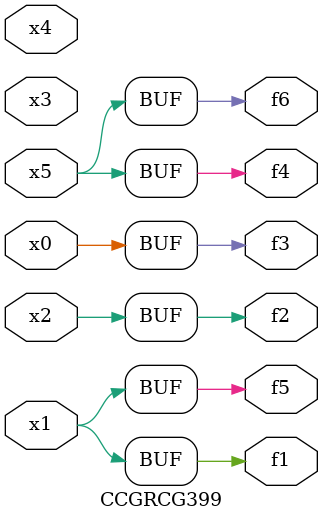
<source format=v>
module CCGRCG399(
	input x0, x1, x2, x3, x4, x5,
	output f1, f2, f3, f4, f5, f6
);
	assign f1 = x1;
	assign f2 = x2;
	assign f3 = x0;
	assign f4 = x5;
	assign f5 = x1;
	assign f6 = x5;
endmodule

</source>
